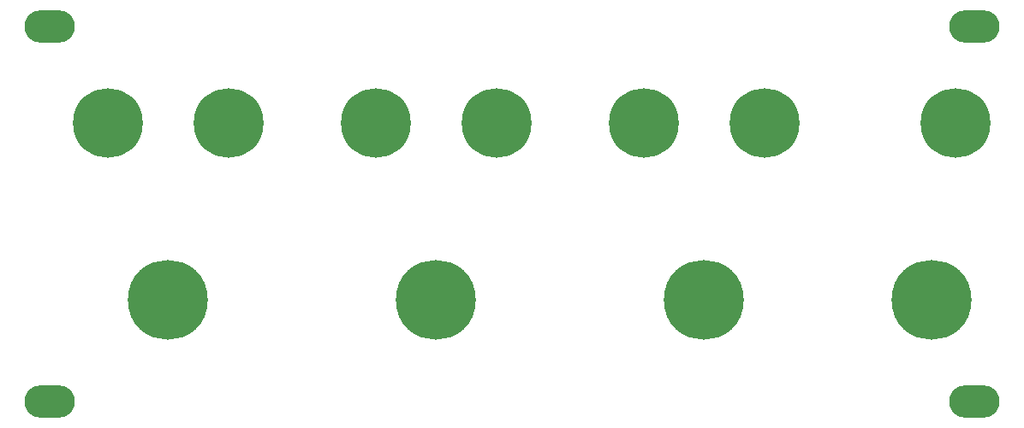
<source format=gts>
G04 #@! TF.FileFunction,Soldermask,Top*
%FSLAX46Y46*%
G04 Gerber Fmt 4.6, Leading zero omitted, Abs format (unit mm)*
G04 Created by KiCad (PCBNEW 4.0.5) date 07/18/17 15:12:47*
%MOMM*%
%LPD*%
G01*
G04 APERTURE LIST*
%ADD10C,0.100000*%
%ADD11O,5.002000X3.202000*%
%ADD12C,7.900000*%
%ADD13C,6.900000*%
G04 APERTURE END LIST*
D10*
D11*
X109970000Y-33830000D03*
X18530000Y-33830000D03*
D12*
X30248900Y-23736400D03*
X56748900Y-23736400D03*
X83248900Y-23736400D03*
X105698900Y-23736400D03*
D13*
X24248900Y-6236400D03*
X50748900Y-6236400D03*
X77248900Y-6236400D03*
X108098900Y-6236400D03*
X36248900Y-6236400D03*
X62748900Y-6236400D03*
X89248900Y-6236400D03*
D11*
X109970000Y3350000D03*
X18530000Y3350000D03*
M02*

</source>
